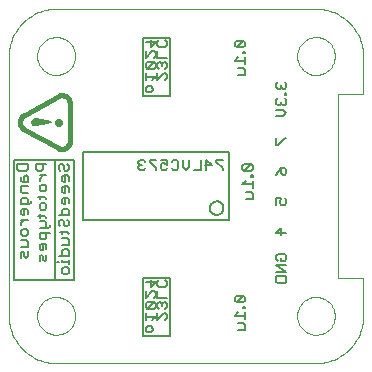
<source format=gbo>
G75*
G70*
%OFA0B0*%
%FSLAX24Y24*%
%IPPOS*%
%LPD*%
%AMOC8*
5,1,8,0,0,1.08239X$1,22.5*
%
%ADD10C,0.0060*%
%ADD11C,0.0000*%
%ADD12C,0.0050*%
%ADD13C,0.0160*%
%ADD14C,0.0080*%
%ADD15C,0.0180*%
D10*
X009979Y011906D02*
X009979Y012133D01*
X009979Y012020D02*
X010319Y012020D01*
X010205Y011906D01*
X010354Y011906D02*
X010354Y012133D01*
X010410Y012275D02*
X010354Y012331D01*
X010354Y012445D01*
X010410Y012501D01*
X010467Y012501D01*
X010524Y012445D01*
X010524Y012388D01*
X010524Y012445D02*
X010580Y012501D01*
X010637Y012501D01*
X010694Y012445D01*
X010694Y012331D01*
X010637Y012275D01*
X010637Y012133D02*
X010694Y012076D01*
X010694Y011963D01*
X010637Y011906D01*
X010637Y012133D02*
X010580Y012133D01*
X010354Y011906D01*
X010262Y012275D02*
X010319Y012331D01*
X010319Y012445D01*
X010262Y012501D01*
X010035Y012275D01*
X009979Y012331D01*
X009979Y012445D01*
X010035Y012501D01*
X010262Y012501D01*
X010262Y012643D02*
X010319Y012700D01*
X010319Y012813D01*
X010262Y012870D01*
X010205Y012870D01*
X009979Y012643D01*
X009979Y012870D01*
X010149Y013011D02*
X010149Y013238D01*
X010319Y013181D02*
X010149Y013011D01*
X010354Y013068D02*
X010354Y013181D01*
X010410Y013238D01*
X010319Y013181D02*
X009979Y013181D01*
X010354Y013068D02*
X010410Y013011D01*
X010637Y013011D01*
X010694Y013068D01*
X010694Y013181D01*
X010637Y013238D01*
X010354Y012870D02*
X010354Y012643D01*
X010694Y012643D01*
X010262Y012275D02*
X010035Y012275D01*
X007574Y013251D02*
X006949Y013251D01*
X006949Y017251D01*
X007574Y017251D01*
X007574Y013251D01*
X007362Y013432D02*
X007419Y013489D01*
X007419Y013602D01*
X007362Y013659D01*
X007248Y013659D01*
X007192Y013602D01*
X007192Y013489D01*
X007248Y013432D01*
X007362Y013432D01*
X007419Y013791D02*
X007419Y013904D01*
X007419Y013847D02*
X007192Y013847D01*
X007192Y013904D01*
X007078Y013847D02*
X007022Y013847D01*
X007078Y014046D02*
X007419Y014046D01*
X007419Y014216D01*
X007362Y014273D01*
X007248Y014273D01*
X007192Y014216D01*
X007192Y014046D01*
X007192Y014414D02*
X007419Y014414D01*
X007419Y014584D01*
X007362Y014641D01*
X007192Y014641D01*
X007192Y014773D02*
X007192Y014886D01*
X007135Y014830D02*
X007362Y014830D01*
X007419Y014773D01*
X007362Y015028D02*
X007419Y015085D01*
X007419Y015198D01*
X007362Y015255D01*
X007248Y015198D02*
X007248Y015085D01*
X007305Y015028D01*
X007362Y015028D01*
X007248Y015198D02*
X007192Y015255D01*
X007135Y015255D01*
X007078Y015198D01*
X007078Y015085D01*
X007135Y015028D01*
X006782Y015023D02*
X006782Y015080D01*
X006782Y015023D02*
X006725Y014966D01*
X006442Y014966D01*
X006442Y014825D02*
X006442Y014655D01*
X006498Y014598D01*
X006612Y014598D01*
X006669Y014655D01*
X006669Y014825D01*
X006782Y014825D02*
X006442Y014825D01*
X006669Y014966D02*
X006669Y015137D01*
X006612Y015193D01*
X006442Y015193D01*
X006442Y015325D02*
X006442Y015439D01*
X006385Y015382D02*
X006612Y015382D01*
X006669Y015325D01*
X006612Y015580D02*
X006498Y015580D01*
X006442Y015637D01*
X006442Y015750D01*
X006498Y015807D01*
X006612Y015807D01*
X006669Y015750D01*
X006669Y015637D01*
X006612Y015580D01*
X006669Y015939D02*
X006612Y015996D01*
X006385Y015996D01*
X006442Y016053D02*
X006442Y015939D01*
X006498Y016194D02*
X006442Y016251D01*
X006442Y016364D01*
X006498Y016421D01*
X006612Y016421D01*
X006669Y016364D01*
X006669Y016251D01*
X006612Y016194D01*
X006498Y016194D01*
X006442Y016558D02*
X006442Y016615D01*
X006555Y016728D01*
X006442Y016728D02*
X006669Y016728D01*
X006498Y016869D02*
X006555Y016926D01*
X006555Y017096D01*
X006669Y017096D02*
X006328Y017096D01*
X006328Y016926D01*
X006385Y016869D01*
X006498Y016869D01*
X006949Y017251D02*
X005574Y017251D01*
X005574Y013251D01*
X006949Y013251D01*
X006612Y013861D02*
X006555Y013918D01*
X006555Y014032D01*
X006498Y014088D01*
X006442Y014032D01*
X006442Y013861D01*
X006612Y013861D02*
X006669Y013918D01*
X006669Y014088D01*
X006555Y014230D02*
X006555Y014457D01*
X006498Y014457D02*
X006442Y014400D01*
X006442Y014287D01*
X006498Y014230D01*
X006555Y014230D01*
X006669Y014287D02*
X006669Y014400D01*
X006612Y014457D01*
X006498Y014457D01*
X006044Y014523D02*
X006044Y014353D01*
X005817Y014353D01*
X005873Y014211D02*
X005817Y014154D01*
X005817Y013984D01*
X005930Y014041D02*
X005930Y014154D01*
X005873Y014211D01*
X006044Y014211D02*
X006044Y014041D01*
X005987Y013984D01*
X005930Y014041D01*
X006044Y014523D02*
X005987Y014579D01*
X005817Y014579D01*
X005873Y014721D02*
X005817Y014778D01*
X005817Y014891D01*
X005873Y014948D01*
X005987Y014948D01*
X006044Y014891D01*
X006044Y014778D01*
X005987Y014721D01*
X005873Y014721D01*
X005817Y015085D02*
X005817Y015141D01*
X005930Y015255D01*
X005817Y015255D02*
X006044Y015255D01*
X005930Y015396D02*
X005930Y015623D01*
X005873Y015623D02*
X005817Y015566D01*
X005817Y015453D01*
X005873Y015396D01*
X005930Y015396D01*
X006044Y015453D02*
X006044Y015566D01*
X005987Y015623D01*
X005873Y015623D01*
X005817Y015764D02*
X005817Y015935D01*
X005873Y015991D01*
X005987Y015991D01*
X006044Y015935D01*
X006044Y015764D01*
X006100Y015764D02*
X005817Y015764D01*
X006100Y015764D02*
X006157Y015821D01*
X006157Y015878D01*
X006044Y016133D02*
X005873Y016133D01*
X005817Y016189D01*
X005817Y016360D01*
X006044Y016360D01*
X006044Y016501D02*
X005873Y016501D01*
X005817Y016558D01*
X005817Y016671D01*
X005930Y016671D02*
X005930Y016501D01*
X006044Y016501D02*
X006044Y016671D01*
X005987Y016728D01*
X005930Y016671D01*
X005987Y016869D02*
X005760Y016869D01*
X005703Y016926D01*
X005703Y017096D01*
X006044Y017096D01*
X006044Y016926D01*
X005987Y016869D01*
X007078Y016926D02*
X007078Y017040D01*
X007135Y017096D01*
X007192Y017096D01*
X007248Y017040D01*
X007248Y016926D01*
X007305Y016869D01*
X007362Y016869D01*
X007419Y016926D01*
X007419Y017040D01*
X007362Y017096D01*
X007135Y016869D02*
X007078Y016926D01*
X007248Y016728D02*
X007192Y016671D01*
X007192Y016558D01*
X007248Y016501D01*
X007305Y016501D01*
X007305Y016728D01*
X007362Y016728D02*
X007248Y016728D01*
X007362Y016728D02*
X007419Y016671D01*
X007419Y016558D01*
X007362Y016360D02*
X007248Y016360D01*
X007192Y016303D01*
X007192Y016189D01*
X007248Y016133D01*
X007305Y016133D01*
X007305Y016360D01*
X007362Y016360D02*
X007419Y016303D01*
X007419Y016189D01*
X007362Y015991D02*
X007248Y015991D01*
X007192Y015935D01*
X007192Y015821D01*
X007248Y015764D01*
X007305Y015764D01*
X007305Y015991D01*
X007362Y015991D02*
X007419Y015935D01*
X007419Y015821D01*
X007362Y015623D02*
X007248Y015623D01*
X007192Y015566D01*
X007192Y015396D01*
X007078Y015396D02*
X007419Y015396D01*
X007419Y015566D01*
X007362Y015623D01*
X007892Y015226D02*
X012755Y015226D01*
X012755Y017503D01*
X007892Y017503D01*
X007892Y015226D01*
X009739Y016963D02*
X009795Y016906D01*
X009909Y016906D01*
X009965Y016963D01*
X009852Y017076D02*
X009795Y017076D01*
X009739Y017020D01*
X009739Y016963D01*
X009795Y017076D02*
X009739Y017133D01*
X009739Y017190D01*
X009795Y017247D01*
X009909Y017247D01*
X009965Y017190D01*
X010107Y017190D02*
X010334Y016963D01*
X010334Y016906D01*
X010475Y016963D02*
X010532Y016906D01*
X010645Y016906D01*
X010702Y016963D01*
X010702Y017076D02*
X010589Y017133D01*
X010532Y017133D01*
X010475Y017076D01*
X010475Y016963D01*
X010702Y017076D02*
X010702Y017247D01*
X010475Y017247D01*
X010334Y017247D02*
X010107Y017247D01*
X010107Y017190D01*
X010844Y017190D02*
X010900Y017247D01*
X011014Y017247D01*
X011070Y017190D01*
X011070Y016963D01*
X011014Y016906D01*
X010900Y016906D01*
X010844Y016963D01*
X011212Y017020D02*
X011212Y017247D01*
X011439Y017247D02*
X011439Y017020D01*
X011325Y016906D01*
X011212Y017020D01*
X011580Y016906D02*
X011807Y016906D01*
X011807Y017247D01*
X012005Y017247D02*
X012005Y016906D01*
X011948Y017076D02*
X012175Y017076D01*
X012005Y017247D01*
X012317Y017247D02*
X012317Y017190D01*
X012544Y016963D01*
X012544Y016906D01*
X012544Y017247D02*
X012317Y017247D01*
X013203Y017040D02*
X013203Y016926D01*
X013260Y016869D01*
X013487Y017096D01*
X013544Y017040D01*
X013544Y016926D01*
X013487Y016869D01*
X013260Y016869D01*
X013203Y017040D02*
X013260Y017096D01*
X013487Y017096D01*
X013487Y016728D02*
X013487Y016671D01*
X013544Y016671D01*
X013544Y016728D01*
X013487Y016728D01*
X013544Y016544D02*
X013544Y016317D01*
X013544Y016430D02*
X013203Y016430D01*
X013317Y016544D01*
X013317Y016175D02*
X013487Y016175D01*
X013544Y016119D01*
X013544Y015949D01*
X013317Y015949D01*
X014328Y015971D02*
X014328Y015744D01*
X014442Y015801D02*
X014498Y015744D01*
X014612Y015744D01*
X014669Y015801D01*
X014669Y015915D01*
X014612Y015971D01*
X014498Y015971D02*
X014442Y015858D01*
X014442Y015801D01*
X014498Y015971D02*
X014328Y015971D01*
X014328Y016744D02*
X014385Y016858D01*
X014498Y016971D01*
X014498Y016801D01*
X014555Y016744D01*
X014612Y016744D01*
X014669Y016801D01*
X014669Y016915D01*
X014612Y016971D01*
X014498Y016971D01*
X014385Y017744D02*
X014612Y017971D01*
X014669Y017971D01*
X014328Y017971D02*
X014328Y017744D01*
X014385Y017744D01*
X014328Y018699D02*
X014555Y018699D01*
X014669Y018812D01*
X014555Y018925D01*
X014328Y018925D01*
X014385Y019067D02*
X014442Y019067D01*
X014498Y019124D01*
X014555Y019067D01*
X014612Y019067D01*
X014669Y019124D01*
X014669Y019237D01*
X014612Y019294D01*
X014612Y019421D02*
X014669Y019421D01*
X014669Y019478D01*
X014612Y019478D01*
X014612Y019421D01*
X014612Y019619D02*
X014669Y019676D01*
X014669Y019790D01*
X014612Y019846D01*
X014498Y019733D02*
X014498Y019676D01*
X014555Y019619D01*
X014612Y019619D01*
X014498Y019676D02*
X014442Y019619D01*
X014385Y019619D01*
X014328Y019676D01*
X014328Y019790D01*
X014385Y019846D01*
X014385Y019294D02*
X014328Y019237D01*
X014328Y019124D01*
X014385Y019067D01*
X014498Y019124D02*
X014498Y019180D01*
X013294Y020074D02*
X013067Y020074D01*
X013067Y020300D02*
X013237Y020300D01*
X013294Y020244D01*
X013294Y020074D01*
X013294Y020442D02*
X013294Y020669D01*
X013294Y020555D02*
X012953Y020555D01*
X013067Y020669D01*
X013237Y020796D02*
X013294Y020796D01*
X013294Y020853D01*
X013237Y020853D01*
X013237Y020796D01*
X013237Y020994D02*
X013294Y021051D01*
X013294Y021165D01*
X013237Y021221D01*
X013010Y020994D01*
X013237Y020994D01*
X013010Y020994D02*
X012953Y021051D01*
X012953Y021165D01*
X013010Y021221D01*
X013237Y021221D01*
X010694Y021181D02*
X010694Y021068D01*
X010637Y021011D01*
X010410Y021011D01*
X010354Y021068D01*
X010354Y021181D01*
X010410Y021238D01*
X010319Y021181D02*
X010149Y021011D01*
X010149Y021238D01*
X009979Y021181D02*
X010319Y021181D01*
X010354Y020870D02*
X010354Y020643D01*
X010694Y020643D01*
X010637Y020501D02*
X010580Y020501D01*
X010524Y020445D01*
X010467Y020501D01*
X010410Y020501D01*
X010354Y020445D01*
X010354Y020331D01*
X010410Y020275D01*
X010319Y020331D02*
X010319Y020445D01*
X010262Y020501D01*
X010035Y020275D01*
X009979Y020331D01*
X009979Y020445D01*
X010035Y020501D01*
X010262Y020501D01*
X010262Y020643D02*
X010319Y020700D01*
X010319Y020813D01*
X010262Y020870D01*
X010205Y020870D01*
X009979Y020643D01*
X009979Y020870D01*
X010035Y020275D02*
X010262Y020275D01*
X010319Y020331D01*
X010354Y020133D02*
X010354Y019906D01*
X010580Y020133D01*
X010637Y020133D01*
X010694Y020076D01*
X010694Y019963D01*
X010637Y019906D01*
X010637Y020275D02*
X010694Y020331D01*
X010694Y020445D01*
X010637Y020501D01*
X010524Y020445D02*
X010524Y020388D01*
X010319Y020020D02*
X009979Y020020D01*
X009979Y020133D02*
X009979Y019906D01*
X010205Y019906D02*
X010319Y020020D01*
X010694Y021181D02*
X010637Y021238D01*
X012120Y015639D02*
X012122Y015669D01*
X012128Y015698D01*
X012138Y015726D01*
X012151Y015753D01*
X012168Y015777D01*
X012188Y015799D01*
X012211Y015819D01*
X012236Y015835D01*
X012263Y015847D01*
X012291Y015856D01*
X012321Y015861D01*
X012350Y015862D01*
X012380Y015859D01*
X012409Y015852D01*
X012437Y015841D01*
X012463Y015827D01*
X012487Y015809D01*
X012508Y015789D01*
X012527Y015765D01*
X012542Y015740D01*
X012554Y015712D01*
X012562Y015683D01*
X012566Y015654D01*
X012566Y015624D01*
X012562Y015595D01*
X012554Y015566D01*
X012542Y015538D01*
X012527Y015513D01*
X012508Y015489D01*
X012487Y015469D01*
X012463Y015451D01*
X012437Y015437D01*
X012409Y015426D01*
X012380Y015419D01*
X012350Y015416D01*
X012321Y015417D01*
X012291Y015422D01*
X012263Y015431D01*
X012236Y015443D01*
X012211Y015459D01*
X012188Y015479D01*
X012168Y015501D01*
X012151Y015525D01*
X012138Y015552D01*
X012128Y015580D01*
X012122Y015609D01*
X012120Y015639D01*
X014328Y014801D02*
X014498Y014971D01*
X014498Y014744D01*
X014328Y014801D02*
X014669Y014801D01*
X014612Y014096D02*
X014385Y014096D01*
X014328Y014040D01*
X014328Y013926D01*
X014385Y013869D01*
X014498Y013869D02*
X014498Y013983D01*
X014498Y013869D02*
X014612Y013869D01*
X014669Y013926D01*
X014669Y014040D01*
X014612Y014096D01*
X014669Y013728D02*
X014328Y013728D01*
X014669Y013501D01*
X014328Y013501D01*
X014328Y013360D02*
X014328Y013189D01*
X014385Y013133D01*
X014612Y013133D01*
X014669Y013189D01*
X014669Y013360D01*
X014328Y013360D01*
X013294Y012665D02*
X013294Y012551D01*
X013237Y012494D01*
X013010Y012494D01*
X013237Y012721D01*
X013294Y012665D01*
X013237Y012721D02*
X013010Y012721D01*
X012953Y012665D01*
X012953Y012551D01*
X013010Y012494D01*
X013237Y012353D02*
X013237Y012296D01*
X013294Y012296D01*
X013294Y012353D01*
X013237Y012353D01*
X013294Y012169D02*
X013294Y011942D01*
X013294Y012055D02*
X012953Y012055D01*
X013067Y012169D01*
X013067Y011800D02*
X013237Y011800D01*
X013294Y011744D01*
X013294Y011574D01*
X013067Y011574D01*
D11*
X015654Y010471D02*
X006993Y010471D01*
X006363Y012046D02*
X006365Y012096D01*
X006371Y012146D01*
X006381Y012195D01*
X006395Y012243D01*
X006412Y012290D01*
X006433Y012335D01*
X006458Y012379D01*
X006486Y012420D01*
X006518Y012459D01*
X006552Y012496D01*
X006589Y012530D01*
X006629Y012560D01*
X006671Y012587D01*
X006715Y012611D01*
X006761Y012632D01*
X006808Y012648D01*
X006856Y012661D01*
X006906Y012670D01*
X006955Y012675D01*
X007006Y012676D01*
X007056Y012673D01*
X007105Y012666D01*
X007154Y012655D01*
X007202Y012640D01*
X007248Y012622D01*
X007293Y012600D01*
X007336Y012574D01*
X007377Y012545D01*
X007416Y012513D01*
X007452Y012478D01*
X007484Y012440D01*
X007514Y012400D01*
X007541Y012357D01*
X007564Y012313D01*
X007583Y012267D01*
X007599Y012219D01*
X007611Y012170D01*
X007619Y012121D01*
X007623Y012071D01*
X007623Y012021D01*
X007619Y011971D01*
X007611Y011922D01*
X007599Y011873D01*
X007583Y011825D01*
X007564Y011779D01*
X007541Y011735D01*
X007514Y011692D01*
X007484Y011652D01*
X007452Y011614D01*
X007416Y011579D01*
X007377Y011547D01*
X007336Y011518D01*
X007293Y011492D01*
X007248Y011470D01*
X007202Y011452D01*
X007154Y011437D01*
X007105Y011426D01*
X007056Y011419D01*
X007006Y011416D01*
X006955Y011417D01*
X006906Y011422D01*
X006856Y011431D01*
X006808Y011444D01*
X006761Y011460D01*
X006715Y011481D01*
X006671Y011505D01*
X006629Y011532D01*
X006589Y011562D01*
X006552Y011596D01*
X006518Y011633D01*
X006486Y011672D01*
X006458Y011713D01*
X006433Y011757D01*
X006412Y011802D01*
X006395Y011849D01*
X006381Y011897D01*
X006371Y011946D01*
X006365Y011996D01*
X006363Y012046D01*
X005418Y012046D02*
X005420Y011969D01*
X005426Y011892D01*
X005435Y011815D01*
X005448Y011739D01*
X005465Y011663D01*
X005486Y011589D01*
X005510Y011515D01*
X005538Y011443D01*
X005569Y011373D01*
X005604Y011304D01*
X005642Y011236D01*
X005683Y011171D01*
X005728Y011108D01*
X005776Y011047D01*
X005826Y010988D01*
X005879Y010932D01*
X005935Y010879D01*
X005994Y010829D01*
X006055Y010781D01*
X006118Y010736D01*
X006183Y010695D01*
X006251Y010657D01*
X006320Y010622D01*
X006390Y010591D01*
X006462Y010563D01*
X006536Y010539D01*
X006610Y010518D01*
X006686Y010501D01*
X006762Y010488D01*
X006839Y010479D01*
X006916Y010473D01*
X006993Y010471D01*
X005418Y012046D02*
X005418Y020707D01*
X006363Y020707D02*
X006365Y020757D01*
X006371Y020807D01*
X006381Y020856D01*
X006395Y020904D01*
X006412Y020951D01*
X006433Y020996D01*
X006458Y021040D01*
X006486Y021081D01*
X006518Y021120D01*
X006552Y021157D01*
X006589Y021191D01*
X006629Y021221D01*
X006671Y021248D01*
X006715Y021272D01*
X006761Y021293D01*
X006808Y021309D01*
X006856Y021322D01*
X006906Y021331D01*
X006955Y021336D01*
X007006Y021337D01*
X007056Y021334D01*
X007105Y021327D01*
X007154Y021316D01*
X007202Y021301D01*
X007248Y021283D01*
X007293Y021261D01*
X007336Y021235D01*
X007377Y021206D01*
X007416Y021174D01*
X007452Y021139D01*
X007484Y021101D01*
X007514Y021061D01*
X007541Y021018D01*
X007564Y020974D01*
X007583Y020928D01*
X007599Y020880D01*
X007611Y020831D01*
X007619Y020782D01*
X007623Y020732D01*
X007623Y020682D01*
X007619Y020632D01*
X007611Y020583D01*
X007599Y020534D01*
X007583Y020486D01*
X007564Y020440D01*
X007541Y020396D01*
X007514Y020353D01*
X007484Y020313D01*
X007452Y020275D01*
X007416Y020240D01*
X007377Y020208D01*
X007336Y020179D01*
X007293Y020153D01*
X007248Y020131D01*
X007202Y020113D01*
X007154Y020098D01*
X007105Y020087D01*
X007056Y020080D01*
X007006Y020077D01*
X006955Y020078D01*
X006906Y020083D01*
X006856Y020092D01*
X006808Y020105D01*
X006761Y020121D01*
X006715Y020142D01*
X006671Y020166D01*
X006629Y020193D01*
X006589Y020223D01*
X006552Y020257D01*
X006518Y020294D01*
X006486Y020333D01*
X006458Y020374D01*
X006433Y020418D01*
X006412Y020463D01*
X006395Y020510D01*
X006381Y020558D01*
X006371Y020607D01*
X006365Y020657D01*
X006363Y020707D01*
X005418Y020707D02*
X005420Y020784D01*
X005426Y020861D01*
X005435Y020938D01*
X005448Y021014D01*
X005465Y021090D01*
X005486Y021164D01*
X005510Y021238D01*
X005538Y021310D01*
X005569Y021380D01*
X005604Y021449D01*
X005642Y021517D01*
X005683Y021582D01*
X005728Y021645D01*
X005776Y021706D01*
X005826Y021765D01*
X005879Y021821D01*
X005935Y021874D01*
X005994Y021924D01*
X006055Y021972D01*
X006118Y022017D01*
X006183Y022058D01*
X006251Y022096D01*
X006320Y022131D01*
X006390Y022162D01*
X006462Y022190D01*
X006536Y022214D01*
X006610Y022235D01*
X006686Y022252D01*
X006762Y022265D01*
X006839Y022274D01*
X006916Y022280D01*
X006993Y022282D01*
X015654Y022282D01*
X015024Y020707D02*
X015026Y020757D01*
X015032Y020807D01*
X015042Y020856D01*
X015056Y020904D01*
X015073Y020951D01*
X015094Y020996D01*
X015119Y021040D01*
X015147Y021081D01*
X015179Y021120D01*
X015213Y021157D01*
X015250Y021191D01*
X015290Y021221D01*
X015332Y021248D01*
X015376Y021272D01*
X015422Y021293D01*
X015469Y021309D01*
X015517Y021322D01*
X015567Y021331D01*
X015616Y021336D01*
X015667Y021337D01*
X015717Y021334D01*
X015766Y021327D01*
X015815Y021316D01*
X015863Y021301D01*
X015909Y021283D01*
X015954Y021261D01*
X015997Y021235D01*
X016038Y021206D01*
X016077Y021174D01*
X016113Y021139D01*
X016145Y021101D01*
X016175Y021061D01*
X016202Y021018D01*
X016225Y020974D01*
X016244Y020928D01*
X016260Y020880D01*
X016272Y020831D01*
X016280Y020782D01*
X016284Y020732D01*
X016284Y020682D01*
X016280Y020632D01*
X016272Y020583D01*
X016260Y020534D01*
X016244Y020486D01*
X016225Y020440D01*
X016202Y020396D01*
X016175Y020353D01*
X016145Y020313D01*
X016113Y020275D01*
X016077Y020240D01*
X016038Y020208D01*
X015997Y020179D01*
X015954Y020153D01*
X015909Y020131D01*
X015863Y020113D01*
X015815Y020098D01*
X015766Y020087D01*
X015717Y020080D01*
X015667Y020077D01*
X015616Y020078D01*
X015567Y020083D01*
X015517Y020092D01*
X015469Y020105D01*
X015422Y020121D01*
X015376Y020142D01*
X015332Y020166D01*
X015290Y020193D01*
X015250Y020223D01*
X015213Y020257D01*
X015179Y020294D01*
X015147Y020333D01*
X015119Y020374D01*
X015094Y020418D01*
X015073Y020463D01*
X015056Y020510D01*
X015042Y020558D01*
X015032Y020607D01*
X015026Y020657D01*
X015024Y020707D01*
X015654Y022282D02*
X015731Y022280D01*
X015808Y022274D01*
X015885Y022265D01*
X015961Y022252D01*
X016037Y022235D01*
X016111Y022214D01*
X016185Y022190D01*
X016257Y022162D01*
X016327Y022131D01*
X016396Y022096D01*
X016464Y022058D01*
X016529Y022017D01*
X016592Y021972D01*
X016653Y021924D01*
X016712Y021874D01*
X016768Y021821D01*
X016821Y021765D01*
X016871Y021706D01*
X016919Y021645D01*
X016964Y021582D01*
X017005Y021517D01*
X017043Y021449D01*
X017078Y021380D01*
X017109Y021310D01*
X017137Y021238D01*
X017161Y021164D01*
X017182Y021090D01*
X017199Y021014D01*
X017212Y020938D01*
X017221Y020861D01*
X017227Y020784D01*
X017229Y020707D01*
X017229Y019447D01*
X016404Y019447D01*
X016404Y013305D01*
X017229Y013305D01*
X017229Y012046D01*
X015024Y012046D02*
X015026Y012096D01*
X015032Y012146D01*
X015042Y012195D01*
X015056Y012243D01*
X015073Y012290D01*
X015094Y012335D01*
X015119Y012379D01*
X015147Y012420D01*
X015179Y012459D01*
X015213Y012496D01*
X015250Y012530D01*
X015290Y012560D01*
X015332Y012587D01*
X015376Y012611D01*
X015422Y012632D01*
X015469Y012648D01*
X015517Y012661D01*
X015567Y012670D01*
X015616Y012675D01*
X015667Y012676D01*
X015717Y012673D01*
X015766Y012666D01*
X015815Y012655D01*
X015863Y012640D01*
X015909Y012622D01*
X015954Y012600D01*
X015997Y012574D01*
X016038Y012545D01*
X016077Y012513D01*
X016113Y012478D01*
X016145Y012440D01*
X016175Y012400D01*
X016202Y012357D01*
X016225Y012313D01*
X016244Y012267D01*
X016260Y012219D01*
X016272Y012170D01*
X016280Y012121D01*
X016284Y012071D01*
X016284Y012021D01*
X016280Y011971D01*
X016272Y011922D01*
X016260Y011873D01*
X016244Y011825D01*
X016225Y011779D01*
X016202Y011735D01*
X016175Y011692D01*
X016145Y011652D01*
X016113Y011614D01*
X016077Y011579D01*
X016038Y011547D01*
X015997Y011518D01*
X015954Y011492D01*
X015909Y011470D01*
X015863Y011452D01*
X015815Y011437D01*
X015766Y011426D01*
X015717Y011419D01*
X015667Y011416D01*
X015616Y011417D01*
X015567Y011422D01*
X015517Y011431D01*
X015469Y011444D01*
X015422Y011460D01*
X015376Y011481D01*
X015332Y011505D01*
X015290Y011532D01*
X015250Y011562D01*
X015213Y011596D01*
X015179Y011633D01*
X015147Y011672D01*
X015119Y011713D01*
X015094Y011757D01*
X015073Y011802D01*
X015056Y011849D01*
X015042Y011897D01*
X015032Y011946D01*
X015026Y011996D01*
X015024Y012046D01*
X015654Y010471D02*
X015731Y010473D01*
X015808Y010479D01*
X015885Y010488D01*
X015961Y010501D01*
X016037Y010518D01*
X016111Y010539D01*
X016185Y010563D01*
X016257Y010591D01*
X016327Y010622D01*
X016396Y010657D01*
X016464Y010695D01*
X016529Y010736D01*
X016592Y010781D01*
X016653Y010829D01*
X016712Y010879D01*
X016768Y010932D01*
X016821Y010988D01*
X016871Y011047D01*
X016919Y011108D01*
X016964Y011171D01*
X017005Y011236D01*
X017043Y011304D01*
X017078Y011373D01*
X017109Y011443D01*
X017137Y011515D01*
X017161Y011589D01*
X017182Y011663D01*
X017199Y011739D01*
X017212Y011815D01*
X017221Y011892D01*
X017227Y011969D01*
X017229Y012046D01*
D12*
X010782Y011392D02*
X009876Y011392D01*
X009875Y011392D02*
X009875Y013321D01*
X009876Y013321D02*
X010782Y013321D01*
X010782Y011392D01*
X009987Y011612D02*
X009989Y011632D01*
X009994Y011652D01*
X010004Y011670D01*
X010016Y011687D01*
X010031Y011701D01*
X010049Y011711D01*
X010068Y011719D01*
X010088Y011723D01*
X010108Y011723D01*
X010128Y011719D01*
X010147Y011711D01*
X010165Y011701D01*
X010180Y011687D01*
X010192Y011670D01*
X010202Y011652D01*
X010207Y011632D01*
X010209Y011612D01*
X010207Y011592D01*
X010202Y011572D01*
X010192Y011554D01*
X010180Y011537D01*
X010165Y011523D01*
X010147Y011513D01*
X010128Y011505D01*
X010108Y011501D01*
X010088Y011501D01*
X010068Y011505D01*
X010049Y011513D01*
X010031Y011523D01*
X010016Y011537D01*
X010004Y011554D01*
X009994Y011572D01*
X009989Y011592D01*
X009987Y011612D01*
X009876Y019392D02*
X010782Y019392D01*
X010782Y021321D01*
X009876Y021321D01*
X009875Y021321D02*
X009875Y019392D01*
X009987Y019612D02*
X009989Y019632D01*
X009994Y019652D01*
X010004Y019670D01*
X010016Y019687D01*
X010031Y019701D01*
X010049Y019711D01*
X010068Y019719D01*
X010088Y019723D01*
X010108Y019723D01*
X010128Y019719D01*
X010147Y019711D01*
X010165Y019701D01*
X010180Y019687D01*
X010192Y019670D01*
X010202Y019652D01*
X010207Y019632D01*
X010209Y019612D01*
X010207Y019592D01*
X010202Y019572D01*
X010192Y019554D01*
X010180Y019537D01*
X010165Y019523D01*
X010147Y019513D01*
X010128Y019505D01*
X010108Y019501D01*
X010088Y019501D01*
X010068Y019505D01*
X010049Y019513D01*
X010031Y019523D01*
X010016Y019537D01*
X010004Y019554D01*
X009994Y019572D01*
X009989Y019592D01*
X009987Y019612D01*
D13*
X007449Y019126D02*
X007449Y017876D01*
X007447Y017845D01*
X007442Y017814D01*
X007433Y017784D01*
X007421Y017755D01*
X007405Y017728D01*
X007387Y017703D01*
X007365Y017680D01*
X007342Y017659D01*
X007315Y017642D01*
X007288Y017628D01*
X007258Y017617D01*
X007228Y017609D01*
X007197Y017606D01*
X007165Y017605D01*
X007134Y017609D01*
X007104Y017616D01*
X007074Y017626D01*
X005949Y018251D01*
X005948Y018251D02*
X005920Y018267D01*
X005894Y018286D01*
X005870Y018309D01*
X005849Y018334D01*
X005831Y018361D01*
X005816Y018390D01*
X005805Y018421D01*
X005797Y018452D01*
X005793Y018485D01*
X005793Y018517D01*
X005797Y018550D01*
X005805Y018581D01*
X005816Y018612D01*
X005831Y018641D01*
X005849Y018668D01*
X005870Y018693D01*
X005894Y018716D01*
X005920Y018735D01*
X005948Y018751D01*
X005949Y018751D02*
X007074Y019376D01*
X007103Y019388D01*
X007134Y019396D01*
X007165Y019400D01*
X007197Y019401D01*
X007229Y019397D01*
X007260Y019390D01*
X007290Y019379D01*
X007318Y019365D01*
X007344Y019347D01*
X007369Y019327D01*
X007390Y019303D01*
X007409Y019278D01*
X007424Y019250D01*
X007436Y019220D01*
X007444Y019189D01*
X007448Y019158D01*
X007449Y019126D01*
X007024Y018501D02*
X007026Y018514D01*
X007031Y018525D01*
X007040Y018535D01*
X007050Y018542D01*
X007063Y018546D01*
X007075Y018546D01*
X007088Y018542D01*
X007098Y018535D01*
X007107Y018525D01*
X007112Y018514D01*
X007114Y018501D01*
X007112Y018488D01*
X007107Y018477D01*
X007098Y018467D01*
X007088Y018460D01*
X007075Y018456D01*
X007063Y018456D01*
X007050Y018460D01*
X007040Y018467D01*
X007031Y018477D01*
X007026Y018488D01*
X007024Y018501D01*
D14*
X006829Y018501D02*
X006329Y018601D01*
X006310Y018604D01*
X006290Y018603D01*
X006271Y018598D01*
X006254Y018590D01*
X006238Y018578D01*
X006225Y018564D01*
X006214Y018548D01*
X006207Y018530D01*
X006203Y018511D01*
X006203Y018491D01*
X006207Y018472D01*
X006214Y018454D01*
X006225Y018438D01*
X006238Y018424D01*
X006254Y018412D01*
X006271Y018404D01*
X006290Y018399D01*
X006310Y018398D01*
X006329Y018401D01*
X006829Y018501D01*
D15*
X006549Y018501D02*
X006259Y018501D01*
M02*

</source>
